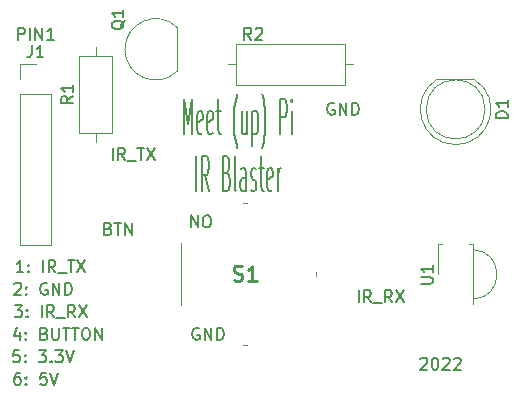
<source format=gto>
G04 #@! TF.GenerationSoftware,KiCad,Pcbnew,(6.0.1)*
G04 #@! TF.CreationDate,2022-03-21T22:02:58-04:00*
G04 #@! TF.ProjectId,irled,69726c65-642e-46b6-9963-61645f706362,rev?*
G04 #@! TF.SameCoordinates,Original*
G04 #@! TF.FileFunction,Legend,Top*
G04 #@! TF.FilePolarity,Positive*
%FSLAX46Y46*%
G04 Gerber Fmt 4.6, Leading zero omitted, Abs format (unit mm)*
G04 Created by KiCad (PCBNEW (6.0.1)) date 2022-03-21 22:02:58*
%MOMM*%
%LPD*%
G01*
G04 APERTURE LIST*
%ADD10C,0.150000*%
%ADD11C,0.254000*%
%ADD12C,0.100000*%
%ADD13C,0.120000*%
G04 APERTURE END LIST*
D10*
X150320476Y-95067380D02*
X150320476Y-94067380D01*
X150891904Y-95067380D01*
X150891904Y-94067380D01*
X151558571Y-94067380D02*
X151749047Y-94067380D01*
X151844285Y-94115000D01*
X151939523Y-94210238D01*
X151987142Y-94400714D01*
X151987142Y-94734047D01*
X151939523Y-94924523D01*
X151844285Y-95019761D01*
X151749047Y-95067380D01*
X151558571Y-95067380D01*
X151463333Y-95019761D01*
X151368095Y-94924523D01*
X151320476Y-94734047D01*
X151320476Y-94400714D01*
X151368095Y-94210238D01*
X151463333Y-94115000D01*
X151558571Y-94067380D01*
X151003095Y-103640000D02*
X150907857Y-103592380D01*
X150765000Y-103592380D01*
X150622142Y-103640000D01*
X150526904Y-103735238D01*
X150479285Y-103830476D01*
X150431666Y-104020952D01*
X150431666Y-104163809D01*
X150479285Y-104354285D01*
X150526904Y-104449523D01*
X150622142Y-104544761D01*
X150765000Y-104592380D01*
X150860238Y-104592380D01*
X151003095Y-104544761D01*
X151050714Y-104497142D01*
X151050714Y-104163809D01*
X150860238Y-104163809D01*
X151479285Y-104592380D02*
X151479285Y-103592380D01*
X152050714Y-104592380D01*
X152050714Y-103592380D01*
X152526904Y-104592380D02*
X152526904Y-103592380D01*
X152765000Y-103592380D01*
X152907857Y-103640000D01*
X153003095Y-103735238D01*
X153050714Y-103830476D01*
X153098333Y-104020952D01*
X153098333Y-104163809D01*
X153050714Y-104354285D01*
X153003095Y-104449523D01*
X152907857Y-104544761D01*
X152765000Y-104592380D01*
X152526904Y-104592380D01*
X169735714Y-106227619D02*
X169783333Y-106180000D01*
X169878571Y-106132380D01*
X170116666Y-106132380D01*
X170211904Y-106180000D01*
X170259523Y-106227619D01*
X170307142Y-106322857D01*
X170307142Y-106418095D01*
X170259523Y-106560952D01*
X169688095Y-107132380D01*
X170307142Y-107132380D01*
X170926190Y-106132380D02*
X171021428Y-106132380D01*
X171116666Y-106180000D01*
X171164285Y-106227619D01*
X171211904Y-106322857D01*
X171259523Y-106513333D01*
X171259523Y-106751428D01*
X171211904Y-106941904D01*
X171164285Y-107037142D01*
X171116666Y-107084761D01*
X171021428Y-107132380D01*
X170926190Y-107132380D01*
X170830952Y-107084761D01*
X170783333Y-107037142D01*
X170735714Y-106941904D01*
X170688095Y-106751428D01*
X170688095Y-106513333D01*
X170735714Y-106322857D01*
X170783333Y-106227619D01*
X170830952Y-106180000D01*
X170926190Y-106132380D01*
X171640476Y-106227619D02*
X171688095Y-106180000D01*
X171783333Y-106132380D01*
X172021428Y-106132380D01*
X172116666Y-106180000D01*
X172164285Y-106227619D01*
X172211904Y-106322857D01*
X172211904Y-106418095D01*
X172164285Y-106560952D01*
X171592857Y-107132380D01*
X172211904Y-107132380D01*
X172592857Y-106227619D02*
X172640476Y-106180000D01*
X172735714Y-106132380D01*
X172973809Y-106132380D01*
X173069047Y-106180000D01*
X173116666Y-106227619D01*
X173164285Y-106322857D01*
X173164285Y-106418095D01*
X173116666Y-106560952D01*
X172545238Y-107132380D01*
X173164285Y-107132380D01*
X149757380Y-87207142D02*
X149757380Y-84207142D01*
X150090714Y-86350000D01*
X150424047Y-84207142D01*
X150424047Y-87207142D01*
X151281190Y-87064285D02*
X151185952Y-87207142D01*
X150995476Y-87207142D01*
X150900238Y-87064285D01*
X150852619Y-86778571D01*
X150852619Y-85635714D01*
X150900238Y-85350000D01*
X150995476Y-85207142D01*
X151185952Y-85207142D01*
X151281190Y-85350000D01*
X151328809Y-85635714D01*
X151328809Y-85921428D01*
X150852619Y-86207142D01*
X152138333Y-87064285D02*
X152043095Y-87207142D01*
X151852619Y-87207142D01*
X151757380Y-87064285D01*
X151709761Y-86778571D01*
X151709761Y-85635714D01*
X151757380Y-85350000D01*
X151852619Y-85207142D01*
X152043095Y-85207142D01*
X152138333Y-85350000D01*
X152185952Y-85635714D01*
X152185952Y-85921428D01*
X151709761Y-86207142D01*
X152471666Y-85207142D02*
X152852619Y-85207142D01*
X152614523Y-84207142D02*
X152614523Y-86778571D01*
X152662142Y-87064285D01*
X152757380Y-87207142D01*
X152852619Y-87207142D01*
X154233571Y-88350000D02*
X154185952Y-88207142D01*
X154090714Y-87778571D01*
X154043095Y-87492857D01*
X153995476Y-87064285D01*
X153947857Y-86350000D01*
X153947857Y-85778571D01*
X153995476Y-85064285D01*
X154043095Y-84635714D01*
X154090714Y-84350000D01*
X154185952Y-83921428D01*
X154233571Y-83778571D01*
X155043095Y-85207142D02*
X155043095Y-87207142D01*
X154614523Y-85207142D02*
X154614523Y-86778571D01*
X154662142Y-87064285D01*
X154757380Y-87207142D01*
X154900238Y-87207142D01*
X154995476Y-87064285D01*
X155043095Y-86921428D01*
X155519285Y-85207142D02*
X155519285Y-88207142D01*
X155519285Y-85350000D02*
X155614523Y-85207142D01*
X155805000Y-85207142D01*
X155900238Y-85350000D01*
X155947857Y-85492857D01*
X155995476Y-85778571D01*
X155995476Y-86635714D01*
X155947857Y-86921428D01*
X155900238Y-87064285D01*
X155805000Y-87207142D01*
X155614523Y-87207142D01*
X155519285Y-87064285D01*
X156328809Y-88350000D02*
X156376428Y-88207142D01*
X156471666Y-87778571D01*
X156519285Y-87492857D01*
X156566904Y-87064285D01*
X156614523Y-86350000D01*
X156614523Y-85778571D01*
X156566904Y-85064285D01*
X156519285Y-84635714D01*
X156471666Y-84350000D01*
X156376428Y-83921428D01*
X156328809Y-83778571D01*
X157852619Y-87207142D02*
X157852619Y-84207142D01*
X158233571Y-84207142D01*
X158328809Y-84350000D01*
X158376428Y-84492857D01*
X158424047Y-84778571D01*
X158424047Y-85207142D01*
X158376428Y-85492857D01*
X158328809Y-85635714D01*
X158233571Y-85778571D01*
X157852619Y-85778571D01*
X158852619Y-87207142D02*
X158852619Y-85207142D01*
X158852619Y-84207142D02*
X158805000Y-84350000D01*
X158852619Y-84492857D01*
X158900238Y-84350000D01*
X158852619Y-84207142D01*
X158852619Y-84492857D01*
X150781190Y-92037142D02*
X150781190Y-89037142D01*
X151828809Y-92037142D02*
X151495476Y-90608571D01*
X151257380Y-92037142D02*
X151257380Y-89037142D01*
X151638333Y-89037142D01*
X151733571Y-89180000D01*
X151781190Y-89322857D01*
X151828809Y-89608571D01*
X151828809Y-90037142D01*
X151781190Y-90322857D01*
X151733571Y-90465714D01*
X151638333Y-90608571D01*
X151257380Y-90608571D01*
X153352619Y-90465714D02*
X153495476Y-90608571D01*
X153543095Y-90751428D01*
X153590714Y-91037142D01*
X153590714Y-91465714D01*
X153543095Y-91751428D01*
X153495476Y-91894285D01*
X153400238Y-92037142D01*
X153019285Y-92037142D01*
X153019285Y-89037142D01*
X153352619Y-89037142D01*
X153447857Y-89180000D01*
X153495476Y-89322857D01*
X153543095Y-89608571D01*
X153543095Y-89894285D01*
X153495476Y-90180000D01*
X153447857Y-90322857D01*
X153352619Y-90465714D01*
X153019285Y-90465714D01*
X154162142Y-92037142D02*
X154066904Y-91894285D01*
X154019285Y-91608571D01*
X154019285Y-89037142D01*
X154971666Y-92037142D02*
X154971666Y-90465714D01*
X154924047Y-90180000D01*
X154828809Y-90037142D01*
X154638333Y-90037142D01*
X154543095Y-90180000D01*
X154971666Y-91894285D02*
X154876428Y-92037142D01*
X154638333Y-92037142D01*
X154543095Y-91894285D01*
X154495476Y-91608571D01*
X154495476Y-91322857D01*
X154543095Y-91037142D01*
X154638333Y-90894285D01*
X154876428Y-90894285D01*
X154971666Y-90751428D01*
X155400238Y-91894285D02*
X155495476Y-92037142D01*
X155685952Y-92037142D01*
X155781190Y-91894285D01*
X155828809Y-91608571D01*
X155828809Y-91465714D01*
X155781190Y-91180000D01*
X155685952Y-91037142D01*
X155543095Y-91037142D01*
X155447857Y-90894285D01*
X155400238Y-90608571D01*
X155400238Y-90465714D01*
X155447857Y-90180000D01*
X155543095Y-90037142D01*
X155685952Y-90037142D01*
X155781190Y-90180000D01*
X156114523Y-90037142D02*
X156495476Y-90037142D01*
X156257380Y-89037142D02*
X156257380Y-91608571D01*
X156305000Y-91894285D01*
X156400238Y-92037142D01*
X156495476Y-92037142D01*
X157209761Y-91894285D02*
X157114523Y-92037142D01*
X156924047Y-92037142D01*
X156828809Y-91894285D01*
X156781190Y-91608571D01*
X156781190Y-90465714D01*
X156828809Y-90180000D01*
X156924047Y-90037142D01*
X157114523Y-90037142D01*
X157209761Y-90180000D01*
X157257380Y-90465714D01*
X157257380Y-90751428D01*
X156781190Y-91037142D01*
X157685952Y-92037142D02*
X157685952Y-90037142D01*
X157685952Y-90608571D02*
X157733571Y-90322857D01*
X157781190Y-90180000D01*
X157876428Y-90037142D01*
X157971666Y-90037142D01*
X135826666Y-107402380D02*
X135636190Y-107402380D01*
X135540952Y-107450000D01*
X135493333Y-107497619D01*
X135398095Y-107640476D01*
X135350476Y-107830952D01*
X135350476Y-108211904D01*
X135398095Y-108307142D01*
X135445714Y-108354761D01*
X135540952Y-108402380D01*
X135731428Y-108402380D01*
X135826666Y-108354761D01*
X135874285Y-108307142D01*
X135921904Y-108211904D01*
X135921904Y-107973809D01*
X135874285Y-107878571D01*
X135826666Y-107830952D01*
X135731428Y-107783333D01*
X135540952Y-107783333D01*
X135445714Y-107830952D01*
X135398095Y-107878571D01*
X135350476Y-107973809D01*
X136350476Y-108307142D02*
X136398095Y-108354761D01*
X136350476Y-108402380D01*
X136302857Y-108354761D01*
X136350476Y-108307142D01*
X136350476Y-108402380D01*
X136350476Y-107783333D02*
X136398095Y-107830952D01*
X136350476Y-107878571D01*
X136302857Y-107830952D01*
X136350476Y-107783333D01*
X136350476Y-107878571D01*
X138064761Y-107402380D02*
X137588571Y-107402380D01*
X137540952Y-107878571D01*
X137588571Y-107830952D01*
X137683809Y-107783333D01*
X137921904Y-107783333D01*
X138017142Y-107830952D01*
X138064761Y-107878571D01*
X138112380Y-107973809D01*
X138112380Y-108211904D01*
X138064761Y-108307142D01*
X138017142Y-108354761D01*
X137921904Y-108402380D01*
X137683809Y-108402380D01*
X137588571Y-108354761D01*
X137540952Y-108307142D01*
X138398095Y-107402380D02*
X138731428Y-108402380D01*
X139064761Y-107402380D01*
X135795000Y-105497380D02*
X135318809Y-105497380D01*
X135271190Y-105973571D01*
X135318809Y-105925952D01*
X135414047Y-105878333D01*
X135652142Y-105878333D01*
X135747380Y-105925952D01*
X135795000Y-105973571D01*
X135842619Y-106068809D01*
X135842619Y-106306904D01*
X135795000Y-106402142D01*
X135747380Y-106449761D01*
X135652142Y-106497380D01*
X135414047Y-106497380D01*
X135318809Y-106449761D01*
X135271190Y-106402142D01*
X136271190Y-106402142D02*
X136318809Y-106449761D01*
X136271190Y-106497380D01*
X136223571Y-106449761D01*
X136271190Y-106402142D01*
X136271190Y-106497380D01*
X136271190Y-105878333D02*
X136318809Y-105925952D01*
X136271190Y-105973571D01*
X136223571Y-105925952D01*
X136271190Y-105878333D01*
X136271190Y-105973571D01*
X137414047Y-105497380D02*
X138033095Y-105497380D01*
X137699761Y-105878333D01*
X137842619Y-105878333D01*
X137937857Y-105925952D01*
X137985476Y-105973571D01*
X138033095Y-106068809D01*
X138033095Y-106306904D01*
X137985476Y-106402142D01*
X137937857Y-106449761D01*
X137842619Y-106497380D01*
X137556904Y-106497380D01*
X137461666Y-106449761D01*
X137414047Y-106402142D01*
X138461666Y-106402142D02*
X138509285Y-106449761D01*
X138461666Y-106497380D01*
X138414047Y-106449761D01*
X138461666Y-106402142D01*
X138461666Y-106497380D01*
X138842619Y-105497380D02*
X139461666Y-105497380D01*
X139128333Y-105878333D01*
X139271190Y-105878333D01*
X139366428Y-105925952D01*
X139414047Y-105973571D01*
X139461666Y-106068809D01*
X139461666Y-106306904D01*
X139414047Y-106402142D01*
X139366428Y-106449761D01*
X139271190Y-106497380D01*
X138985476Y-106497380D01*
X138890238Y-106449761D01*
X138842619Y-106402142D01*
X139747380Y-105497380D02*
X140080714Y-106497380D01*
X140414047Y-105497380D01*
X135803095Y-103925714D02*
X135803095Y-104592380D01*
X135565000Y-103544761D02*
X135326904Y-104259047D01*
X135945952Y-104259047D01*
X136326904Y-104497142D02*
X136374523Y-104544761D01*
X136326904Y-104592380D01*
X136279285Y-104544761D01*
X136326904Y-104497142D01*
X136326904Y-104592380D01*
X136326904Y-103973333D02*
X136374523Y-104020952D01*
X136326904Y-104068571D01*
X136279285Y-104020952D01*
X136326904Y-103973333D01*
X136326904Y-104068571D01*
X137898333Y-104068571D02*
X138041190Y-104116190D01*
X138088809Y-104163809D01*
X138136428Y-104259047D01*
X138136428Y-104401904D01*
X138088809Y-104497142D01*
X138041190Y-104544761D01*
X137945952Y-104592380D01*
X137565000Y-104592380D01*
X137565000Y-103592380D01*
X137898333Y-103592380D01*
X137993571Y-103640000D01*
X138041190Y-103687619D01*
X138088809Y-103782857D01*
X138088809Y-103878095D01*
X138041190Y-103973333D01*
X137993571Y-104020952D01*
X137898333Y-104068571D01*
X137565000Y-104068571D01*
X138565000Y-103592380D02*
X138565000Y-104401904D01*
X138612619Y-104497142D01*
X138660238Y-104544761D01*
X138755476Y-104592380D01*
X138945952Y-104592380D01*
X139041190Y-104544761D01*
X139088809Y-104497142D01*
X139136428Y-104401904D01*
X139136428Y-103592380D01*
X139469761Y-103592380D02*
X140041190Y-103592380D01*
X139755476Y-104592380D02*
X139755476Y-103592380D01*
X140231666Y-103592380D02*
X140803095Y-103592380D01*
X140517380Y-104592380D02*
X140517380Y-103592380D01*
X141326904Y-103592380D02*
X141517380Y-103592380D01*
X141612619Y-103640000D01*
X141707857Y-103735238D01*
X141755476Y-103925714D01*
X141755476Y-104259047D01*
X141707857Y-104449523D01*
X141612619Y-104544761D01*
X141517380Y-104592380D01*
X141326904Y-104592380D01*
X141231666Y-104544761D01*
X141136428Y-104449523D01*
X141088809Y-104259047D01*
X141088809Y-103925714D01*
X141136428Y-103735238D01*
X141231666Y-103640000D01*
X141326904Y-103592380D01*
X142184047Y-104592380D02*
X142184047Y-103592380D01*
X142755476Y-104592380D01*
X142755476Y-103592380D01*
X135382380Y-101687380D02*
X136001428Y-101687380D01*
X135668095Y-102068333D01*
X135810952Y-102068333D01*
X135906190Y-102115952D01*
X135953809Y-102163571D01*
X136001428Y-102258809D01*
X136001428Y-102496904D01*
X135953809Y-102592142D01*
X135906190Y-102639761D01*
X135810952Y-102687380D01*
X135525238Y-102687380D01*
X135430000Y-102639761D01*
X135382380Y-102592142D01*
X136430000Y-102592142D02*
X136477619Y-102639761D01*
X136430000Y-102687380D01*
X136382380Y-102639761D01*
X136430000Y-102592142D01*
X136430000Y-102687380D01*
X136430000Y-102068333D02*
X136477619Y-102115952D01*
X136430000Y-102163571D01*
X136382380Y-102115952D01*
X136430000Y-102068333D01*
X136430000Y-102163571D01*
X137668095Y-102687380D02*
X137668095Y-101687380D01*
X138715714Y-102687380D02*
X138382380Y-102211190D01*
X138144285Y-102687380D02*
X138144285Y-101687380D01*
X138525238Y-101687380D01*
X138620476Y-101735000D01*
X138668095Y-101782619D01*
X138715714Y-101877857D01*
X138715714Y-102020714D01*
X138668095Y-102115952D01*
X138620476Y-102163571D01*
X138525238Y-102211190D01*
X138144285Y-102211190D01*
X138906190Y-102782619D02*
X139668095Y-102782619D01*
X140477619Y-102687380D02*
X140144285Y-102211190D01*
X139906190Y-102687380D02*
X139906190Y-101687380D01*
X140287142Y-101687380D01*
X140382380Y-101735000D01*
X140430000Y-101782619D01*
X140477619Y-101877857D01*
X140477619Y-102020714D01*
X140430000Y-102115952D01*
X140382380Y-102163571D01*
X140287142Y-102211190D01*
X139906190Y-102211190D01*
X140810952Y-101687380D02*
X141477619Y-102687380D01*
X141477619Y-101687380D02*
X140810952Y-102687380D01*
X135366428Y-99877619D02*
X135414047Y-99830000D01*
X135509285Y-99782380D01*
X135747380Y-99782380D01*
X135842619Y-99830000D01*
X135890238Y-99877619D01*
X135937857Y-99972857D01*
X135937857Y-100068095D01*
X135890238Y-100210952D01*
X135318809Y-100782380D01*
X135937857Y-100782380D01*
X136366428Y-100687142D02*
X136414047Y-100734761D01*
X136366428Y-100782380D01*
X136318809Y-100734761D01*
X136366428Y-100687142D01*
X136366428Y-100782380D01*
X136366428Y-100163333D02*
X136414047Y-100210952D01*
X136366428Y-100258571D01*
X136318809Y-100210952D01*
X136366428Y-100163333D01*
X136366428Y-100258571D01*
X138128333Y-99830000D02*
X138033095Y-99782380D01*
X137890238Y-99782380D01*
X137747380Y-99830000D01*
X137652142Y-99925238D01*
X137604523Y-100020476D01*
X137556904Y-100210952D01*
X137556904Y-100353809D01*
X137604523Y-100544285D01*
X137652142Y-100639523D01*
X137747380Y-100734761D01*
X137890238Y-100782380D01*
X137985476Y-100782380D01*
X138128333Y-100734761D01*
X138175952Y-100687142D01*
X138175952Y-100353809D01*
X137985476Y-100353809D01*
X138604523Y-100782380D02*
X138604523Y-99782380D01*
X139175952Y-100782380D01*
X139175952Y-99782380D01*
X139652142Y-100782380D02*
X139652142Y-99782380D01*
X139890238Y-99782380D01*
X140033095Y-99830000D01*
X140128333Y-99925238D01*
X140175952Y-100020476D01*
X140223571Y-100210952D01*
X140223571Y-100353809D01*
X140175952Y-100544285D01*
X140128333Y-100639523D01*
X140033095Y-100734761D01*
X139890238Y-100782380D01*
X139652142Y-100782380D01*
X136120476Y-98877380D02*
X135549047Y-98877380D01*
X135834761Y-98877380D02*
X135834761Y-97877380D01*
X135739523Y-98020238D01*
X135644285Y-98115476D01*
X135549047Y-98163095D01*
X136549047Y-98782142D02*
X136596666Y-98829761D01*
X136549047Y-98877380D01*
X136501428Y-98829761D01*
X136549047Y-98782142D01*
X136549047Y-98877380D01*
X136549047Y-98258333D02*
X136596666Y-98305952D01*
X136549047Y-98353571D01*
X136501428Y-98305952D01*
X136549047Y-98258333D01*
X136549047Y-98353571D01*
X137787142Y-98877380D02*
X137787142Y-97877380D01*
X138834761Y-98877380D02*
X138501428Y-98401190D01*
X138263333Y-98877380D02*
X138263333Y-97877380D01*
X138644285Y-97877380D01*
X138739523Y-97925000D01*
X138787142Y-97972619D01*
X138834761Y-98067857D01*
X138834761Y-98210714D01*
X138787142Y-98305952D01*
X138739523Y-98353571D01*
X138644285Y-98401190D01*
X138263333Y-98401190D01*
X139025238Y-98972619D02*
X139787142Y-98972619D01*
X139882380Y-97877380D02*
X140453809Y-97877380D01*
X140168095Y-98877380D02*
X140168095Y-97877380D01*
X140691904Y-97877380D02*
X141358571Y-98877380D01*
X141358571Y-97877380D02*
X140691904Y-98877380D01*
X162433095Y-84590000D02*
X162337857Y-84542380D01*
X162195000Y-84542380D01*
X162052142Y-84590000D01*
X161956904Y-84685238D01*
X161909285Y-84780476D01*
X161861666Y-84970952D01*
X161861666Y-85113809D01*
X161909285Y-85304285D01*
X161956904Y-85399523D01*
X162052142Y-85494761D01*
X162195000Y-85542380D01*
X162290238Y-85542380D01*
X162433095Y-85494761D01*
X162480714Y-85447142D01*
X162480714Y-85113809D01*
X162290238Y-85113809D01*
X162909285Y-85542380D02*
X162909285Y-84542380D01*
X163480714Y-85542380D01*
X163480714Y-84542380D01*
X163956904Y-85542380D02*
X163956904Y-84542380D01*
X164195000Y-84542380D01*
X164337857Y-84590000D01*
X164433095Y-84685238D01*
X164480714Y-84780476D01*
X164528333Y-84970952D01*
X164528333Y-85113809D01*
X164480714Y-85304285D01*
X164433095Y-85399523D01*
X164337857Y-85494761D01*
X164195000Y-85542380D01*
X163956904Y-85542380D01*
X135660000Y-79192380D02*
X135660000Y-78192380D01*
X136040952Y-78192380D01*
X136136190Y-78240000D01*
X136183809Y-78287619D01*
X136231428Y-78382857D01*
X136231428Y-78525714D01*
X136183809Y-78620952D01*
X136136190Y-78668571D01*
X136040952Y-78716190D01*
X135660000Y-78716190D01*
X136660000Y-79192380D02*
X136660000Y-78192380D01*
X137136190Y-79192380D02*
X137136190Y-78192380D01*
X137707619Y-79192380D01*
X137707619Y-78192380D01*
X138707619Y-79192380D02*
X138136190Y-79192380D01*
X138421904Y-79192380D02*
X138421904Y-78192380D01*
X138326666Y-78335238D01*
X138231428Y-78430476D01*
X138136190Y-78478095D01*
X143311666Y-95178571D02*
X143454523Y-95226190D01*
X143502142Y-95273809D01*
X143549761Y-95369047D01*
X143549761Y-95511904D01*
X143502142Y-95607142D01*
X143454523Y-95654761D01*
X143359285Y-95702380D01*
X142978333Y-95702380D01*
X142978333Y-94702380D01*
X143311666Y-94702380D01*
X143406904Y-94750000D01*
X143454523Y-94797619D01*
X143502142Y-94892857D01*
X143502142Y-94988095D01*
X143454523Y-95083333D01*
X143406904Y-95130952D01*
X143311666Y-95178571D01*
X142978333Y-95178571D01*
X143835476Y-94702380D02*
X144406904Y-94702380D01*
X144121190Y-95702380D02*
X144121190Y-94702380D01*
X144740238Y-95702380D02*
X144740238Y-94702380D01*
X145311666Y-95702380D01*
X145311666Y-94702380D01*
X164512857Y-101417380D02*
X164512857Y-100417380D01*
X165560476Y-101417380D02*
X165227142Y-100941190D01*
X164989047Y-101417380D02*
X164989047Y-100417380D01*
X165370000Y-100417380D01*
X165465238Y-100465000D01*
X165512857Y-100512619D01*
X165560476Y-100607857D01*
X165560476Y-100750714D01*
X165512857Y-100845952D01*
X165465238Y-100893571D01*
X165370000Y-100941190D01*
X164989047Y-100941190D01*
X165750952Y-101512619D02*
X166512857Y-101512619D01*
X167322380Y-101417380D02*
X166989047Y-100941190D01*
X166750952Y-101417380D02*
X166750952Y-100417380D01*
X167131904Y-100417380D01*
X167227142Y-100465000D01*
X167274761Y-100512619D01*
X167322380Y-100607857D01*
X167322380Y-100750714D01*
X167274761Y-100845952D01*
X167227142Y-100893571D01*
X167131904Y-100941190D01*
X166750952Y-100941190D01*
X167655714Y-100417380D02*
X168322380Y-101417380D01*
X168322380Y-100417380D02*
X167655714Y-101417380D01*
X143676904Y-89352380D02*
X143676904Y-88352380D01*
X144724523Y-89352380D02*
X144391190Y-88876190D01*
X144153095Y-89352380D02*
X144153095Y-88352380D01*
X144534047Y-88352380D01*
X144629285Y-88400000D01*
X144676904Y-88447619D01*
X144724523Y-88542857D01*
X144724523Y-88685714D01*
X144676904Y-88780952D01*
X144629285Y-88828571D01*
X144534047Y-88876190D01*
X144153095Y-88876190D01*
X144915000Y-89447619D02*
X145676904Y-89447619D01*
X145772142Y-88352380D02*
X146343571Y-88352380D01*
X146057857Y-89352380D02*
X146057857Y-88352380D01*
X146581666Y-88352380D02*
X147248333Y-89352380D01*
X147248333Y-88352380D02*
X146581666Y-89352380D01*
D11*
X153932380Y-99534047D02*
X154113809Y-99594523D01*
X154416190Y-99594523D01*
X154537142Y-99534047D01*
X154597619Y-99473571D01*
X154658095Y-99352619D01*
X154658095Y-99231666D01*
X154597619Y-99110714D01*
X154537142Y-99050238D01*
X154416190Y-98989761D01*
X154174285Y-98929285D01*
X154053333Y-98868809D01*
X153992857Y-98808333D01*
X153932380Y-98687380D01*
X153932380Y-98566428D01*
X153992857Y-98445476D01*
X154053333Y-98385000D01*
X154174285Y-98324523D01*
X154476666Y-98324523D01*
X154658095Y-98385000D01*
X155867619Y-99594523D02*
X155141904Y-99594523D01*
X155504761Y-99594523D02*
X155504761Y-98324523D01*
X155383809Y-98505952D01*
X155262857Y-98626904D01*
X155141904Y-98687380D01*
D10*
X169772380Y-99861904D02*
X170581904Y-99861904D01*
X170677142Y-99814285D01*
X170724761Y-99766666D01*
X170772380Y-99671428D01*
X170772380Y-99480952D01*
X170724761Y-99385714D01*
X170677142Y-99338095D01*
X170581904Y-99290476D01*
X169772380Y-99290476D01*
X170772380Y-98290476D02*
X170772380Y-98861904D01*
X170772380Y-98576190D02*
X169772380Y-98576190D01*
X169915238Y-98671428D01*
X170010476Y-98766666D01*
X170058095Y-98861904D01*
X155408333Y-79192380D02*
X155075000Y-78716190D01*
X154836904Y-79192380D02*
X154836904Y-78192380D01*
X155217857Y-78192380D01*
X155313095Y-78240000D01*
X155360714Y-78287619D01*
X155408333Y-78382857D01*
X155408333Y-78525714D01*
X155360714Y-78620952D01*
X155313095Y-78668571D01*
X155217857Y-78716190D01*
X154836904Y-78716190D01*
X155789285Y-78287619D02*
X155836904Y-78240000D01*
X155932142Y-78192380D01*
X156170238Y-78192380D01*
X156265476Y-78240000D01*
X156313095Y-78287619D01*
X156360714Y-78382857D01*
X156360714Y-78478095D01*
X156313095Y-78620952D01*
X155741666Y-79192380D01*
X156360714Y-79192380D01*
X140322380Y-83986666D02*
X139846190Y-84320000D01*
X140322380Y-84558095D02*
X139322380Y-84558095D01*
X139322380Y-84177142D01*
X139370000Y-84081904D01*
X139417619Y-84034285D01*
X139512857Y-83986666D01*
X139655714Y-83986666D01*
X139750952Y-84034285D01*
X139798571Y-84081904D01*
X139846190Y-84177142D01*
X139846190Y-84558095D01*
X140322380Y-83034285D02*
X140322380Y-83605714D01*
X140322380Y-83320000D02*
X139322380Y-83320000D01*
X139465238Y-83415238D01*
X139560476Y-83510476D01*
X139608095Y-83605714D01*
X144692619Y-77565238D02*
X144645000Y-77660476D01*
X144549761Y-77755714D01*
X144406904Y-77898571D01*
X144359285Y-77993809D01*
X144359285Y-78089047D01*
X144597380Y-78041428D02*
X144549761Y-78136666D01*
X144454523Y-78231904D01*
X144264047Y-78279523D01*
X143930714Y-78279523D01*
X143740238Y-78231904D01*
X143645000Y-78136666D01*
X143597380Y-78041428D01*
X143597380Y-77850952D01*
X143645000Y-77755714D01*
X143740238Y-77660476D01*
X143930714Y-77612857D01*
X144264047Y-77612857D01*
X144454523Y-77660476D01*
X144549761Y-77755714D01*
X144597380Y-77850952D01*
X144597380Y-78041428D01*
X144597380Y-76660476D02*
X144597380Y-77231904D01*
X144597380Y-76946190D02*
X143597380Y-76946190D01*
X143740238Y-77041428D01*
X143835476Y-77136666D01*
X143883095Y-77231904D01*
X136826666Y-79672380D02*
X136826666Y-80386666D01*
X136779047Y-80529523D01*
X136683809Y-80624761D01*
X136540952Y-80672380D01*
X136445714Y-80672380D01*
X137826666Y-80672380D02*
X137255238Y-80672380D01*
X137540952Y-80672380D02*
X137540952Y-79672380D01*
X137445714Y-79815238D01*
X137350476Y-79910476D01*
X137255238Y-79958095D01*
X177132380Y-85828095D02*
X176132380Y-85828095D01*
X176132380Y-85590000D01*
X176180000Y-85447142D01*
X176275238Y-85351904D01*
X176370476Y-85304285D01*
X176560952Y-85256666D01*
X176703809Y-85256666D01*
X176894285Y-85304285D01*
X176989523Y-85351904D01*
X177084761Y-85447142D01*
X177132380Y-85590000D01*
X177132380Y-85828095D01*
X177132380Y-84304285D02*
X177132380Y-84875714D01*
X177132380Y-84590000D02*
X176132380Y-84590000D01*
X176275238Y-84685238D01*
X176370476Y-84780476D01*
X176418095Y-84875714D01*
D12*
X149500000Y-96420000D02*
X149500000Y-101620000D01*
X154700000Y-93020000D02*
X155100000Y-93020000D01*
X160900000Y-98820000D02*
X160900000Y-99220000D01*
X154700000Y-105020000D02*
X155100000Y-105020000D01*
D13*
X171210000Y-96460000D02*
X171210000Y-99060000D01*
X174220000Y-96460000D02*
X174220000Y-101550000D01*
X173880000Y-96460000D02*
X174220000Y-96460000D01*
X171560000Y-96460000D02*
X171210000Y-96460000D01*
X174221736Y-101159917D02*
G75*
G03*
X174220000Y-96960000I-101737J2099917D01*
G01*
X163370000Y-83000000D02*
X163370000Y-79560000D01*
X164060000Y-81280000D02*
X163370000Y-81280000D01*
X153440000Y-81280000D02*
X154130000Y-81280000D01*
X154130000Y-79560000D02*
X154130000Y-83000000D01*
X163370000Y-79560000D02*
X154130000Y-79560000D01*
X154130000Y-83000000D02*
X163370000Y-83000000D01*
X142240000Y-79780000D02*
X142240000Y-80550000D01*
X142240000Y-87860000D02*
X142240000Y-87090000D01*
X140870000Y-87090000D02*
X143610000Y-87090000D01*
X143610000Y-80550000D02*
X140870000Y-80550000D01*
X143610000Y-87090000D02*
X143610000Y-80550000D01*
X140870000Y-80550000D02*
X140870000Y-87090000D01*
X149170000Y-81810000D02*
X149170000Y-78210000D01*
X149158478Y-78171522D02*
G75*
G03*
X144720000Y-80010000I-1838478J-1838478D01*
G01*
X144719999Y-80010000D02*
G75*
G03*
X149158478Y-81848478I2600001J0D01*
G01*
X135830000Y-83820000D02*
X135830000Y-96580000D01*
X135830000Y-82550000D02*
X135830000Y-81220000D01*
X135830000Y-81220000D02*
X137160000Y-81220000D01*
X135830000Y-83820000D02*
X138490000Y-83820000D01*
X135830000Y-96580000D02*
X138490000Y-96580000D01*
X138490000Y-83820000D02*
X138490000Y-96580000D01*
X174265000Y-82530000D02*
X171175000Y-82530000D01*
X172719538Y-88080000D02*
G75*
G03*
X174264830Y-82530000I462J2990000D01*
G01*
X171175170Y-82530000D02*
G75*
G03*
X172720462Y-88080000I1544830J-2560000D01*
G01*
X175220000Y-85090000D02*
G75*
G03*
X175220000Y-85090000I-2500000J0D01*
G01*
M02*

</source>
